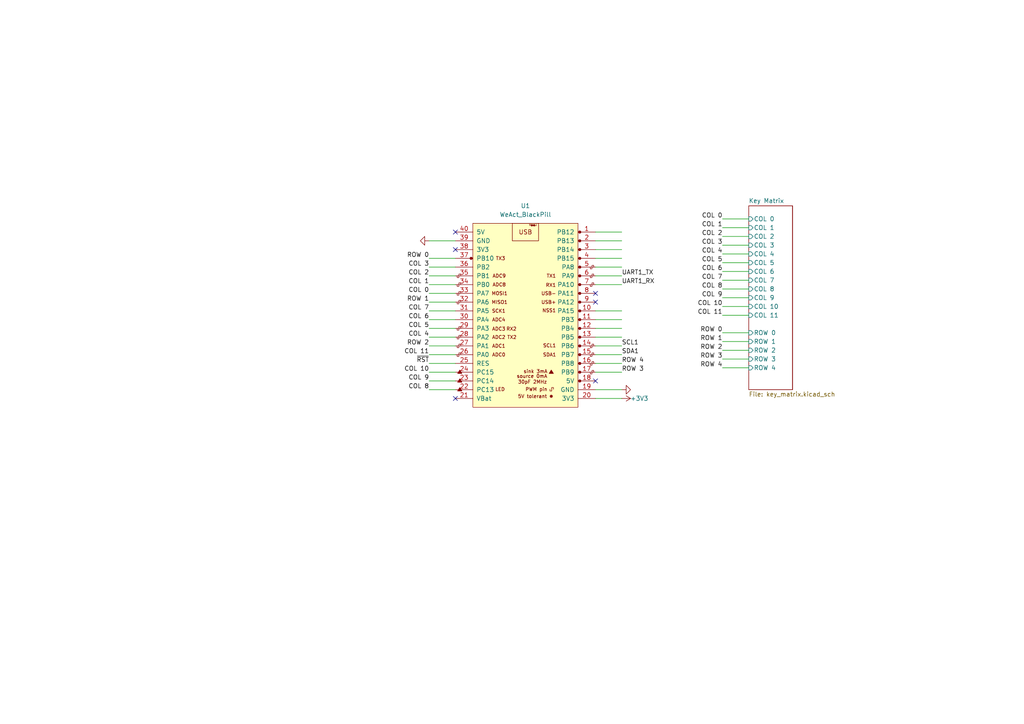
<source format=kicad_sch>
(kicad_sch (version 20211123) (generator eeschema)
  (paper "A4")
  (lib_symbols
    (symbol "power:+3V3" (power) (pin_names (offset 0))
      (property "Value" "+3V3" (at 0 3.556 0))
      (symbol "+3V3_0_1"
        (polyline (pts (xy -0.762 1.27) (xy 0 2.54)))
        (polyline (pts (xy 0 0) (xy 0 2.54)))
        (polyline (pts (xy 0 2.54) (xy 0.762 1.27)))
      )
      (symbol "+3V3_1_1"
        (pin power_in line (at 0 0 90) (length 0) hide (name "+3V3") (number "1"))
      )
    )
    (symbol "power:GND" (power) (pin_names (offset 0))
      (property "Value" "GND" (at 0 -3.81 0))
      (symbol "GND_0_1"
        (polyline (pts (xy 0 0) (xy 0 -1.27) (xy 1.27 -1.27) (xy 0 -2.54) (xy -1.27 -1.27) (xy 0 -1.27)))
      )
      (symbol "GND_1_1"
        (pin power_in line (at 0 0 270) (length 0) hide (name "GND") (number "1"))
      )
    )
    (symbol "scottcjx-keyboard_components:WeAct_BlackPill" (pin_names (offset 1.016))
      (property "Reference" "U" (at -12.7 27.94 0))
      (property "Value" "WeAct_BlackPill" (at 0 2.54 90))
      (symbol "WeAct_BlackPill_0_0"
        (circle (center -15.748 -20.32) (radius 0.3556) (fill (type outline)))
        (circle (center -15.748 -17.78) (radius 0.3556) (fill (type outline)))
        (circle (center -15.748 -15.24) (radius 0.3556) (fill (type outline)))
        (circle (center -15.748 -12.7) (radius 0.3556) (fill (type outline)))
        (circle (center -15.748 -10.16) (radius 0.3556) (fill (type outline)))
        (circle (center -15.748 -7.62) (radius 0.3556) (fill (type outline)))
        (circle (center -15.748 -5.08) (radius 0.3556) (fill (type outline)))
        (circle (center -15.748 -2.54) (radius 0.3556) (fill (type outline)))
        (circle (center -15.748 0) (radius 0.3556) (fill (type outline)))
        (circle (center -15.748 2.54) (radius 0.3556) (fill (type outline)))
        (circle (center -15.748 5.08) (radius 0.3556) (fill (type outline)))
        (circle (center -15.748 7.62) (radius 0.3556) (fill (type outline)))
        (circle (center -15.748 10.16) (radius 0.3556) (fill (type outline)))
        (circle (center -15.748 12.7) (radius 0.3556) (fill (type outline)))
        (circle (center -15.748 15.24) (radius 0.3556) (fill (type outline)))
        (circle (center -15.748 17.78) (radius 0.3556) (fill (type outline)))
        (circle (center -15.748 22.86) (radius 0.3556) (fill (type outline)))
        (circle (center -7.493 -24.765) (radius 0.127) (fill (type outline)))
        (circle (center -7.493 -24.765) (radius 0.254))
        (circle (center -7.493 -24.765) (radius 0.3556))
        (polyline (pts (xy -8.128 -18.161) (xy -7.493 -17.145) (xy -6.858 -18.161) (xy -8.128 -18.161) (xy -7.493 -17.272) (xy -6.985 -18.161) (xy -8.001 -18.034) (xy -7.493 -17.399) (xy -7.112 -18.161) (xy -7.874 -17.907) (xy -7.366 -17.526) (xy -7.239 -18.161) (xy -7.747 -17.78) (xy -7.239 -17.653) (xy -7.366 -18.034) (xy -7.62 -17.78) (xy -7.366 -17.907) (xy -7.493 -17.653)))
        (polyline (pts (xy 18.415 -23.241) (xy 19.05 -22.225) (xy 19.685 -23.241) (xy 18.415 -23.241) (xy 19.05 -22.352) (xy 19.558 -23.241) (xy 18.542 -23.114) (xy 19.05 -22.479) (xy 19.431 -23.241) (xy 18.669 -22.987) (xy 19.177 -22.606) (xy 19.304 -23.241) (xy 18.796 -22.86) (xy 19.304 -22.733) (xy 19.177 -23.114) (xy 18.923 -22.86) (xy 19.177 -22.987) (xy 19.05 -22.733)))
        (polyline (pts (xy 18.415 -20.701) (xy 19.05 -19.685) (xy 19.685 -20.701) (xy 18.415 -20.701) (xy 19.05 -19.812) (xy 19.558 -20.701) (xy 18.542 -20.574) (xy 19.05 -19.939) (xy 19.431 -20.701) (xy 18.669 -20.447) (xy 19.177 -20.066) (xy 19.304 -20.701) (xy 18.796 -20.32) (xy 19.304 -20.193) (xy 19.177 -20.574) (xy 18.923 -20.32) (xy 19.177 -20.447) (xy 19.05 -20.193)))
        (polyline (pts (xy 18.415 -18.161) (xy 19.05 -17.145) (xy 19.685 -18.161) (xy 18.415 -18.161) (xy 19.05 -17.272) (xy 19.558 -18.161) (xy 18.542 -18.034) (xy 19.05 -17.399) (xy 19.431 -18.161) (xy 18.669 -17.907) (xy 19.177 -17.526) (xy 19.304 -18.161) (xy 18.796 -17.78) (xy 19.304 -17.653) (xy 19.177 -18.034) (xy 18.923 -17.78) (xy 19.177 -17.907) (xy 19.05 -17.653)))
        (circle (center 15.748 15.24) (radius 0.254) (fill (type outline)))
        (circle (center 15.748 15.24) (radius 0.3556))
        (text "30pF 2MHz" (at -2.032 -20.574 0) (effects (font (size 0.9906 0.9906))))
        (text "5V tolerant" (at -2.032 -24.765 0) (effects (font (size 0.9906 0.9906))))
        (text "ADC0" (at 7.747 -12.7 0) (effects (font (size 0.9906 0.9906))))
        (text "ADC1" (at 7.747 -10.16 0) (effects (font (size 0.9906 0.9906))))
        (text "ADC2" (at 7.747 -7.62 0) (effects (font (size 0.9906 0.9906))))
        (text "ADC3" (at 7.747 -5.207 0) (effects (font (size 0.9906 0.9906))))
        (text "ADC4" (at 7.747 -2.54 0) (effects (font (size 0.9906 0.9906))))
        (text "ADC8" (at 7.62 7.62 0) (effects (font (size 0.9906 0.9906))))
        (text "ADC9" (at 7.62 10.16 0) (effects (font (size 0.9906 0.9906))))
        (text "LED" (at 7.366 -22.733 0) (effects (font (size 0.9906 0.9906))))
        (text "MISO1" (at 7.493 2.54 0) (effects (font (size 0.9906 0.9906))))
        (text "MOSI1" (at 7.493 5.08 0) (effects (font (size 0.9906 0.9906))))
        (text "NSS1" (at -6.858 0.127 0) (effects (font (size 0.9906 0.9906))))
        (text "PWM pin" (at -3.175 -22.733 0) (effects (font (size 0.9906 0.9906))))
        (text "RX1" (at -7.366 7.493 0) (effects (font (size 0.9906 0.9906))))
        (text "RX2" (at 4.064 -5.207 0) (effects (font (size 0.9906 0.9906))))
        (text "SCK1" (at 7.747 0 0) (effects (font (size 0.9906 0.9906))))
        (text "SCL1" (at -6.985 -10.033 0) (effects (font (size 0.9906 0.9906))))
        (text "SDA1" (at -6.985 -12.7 0) (effects (font (size 0.9906 0.9906))))
        (text "sink 3mA" (at -2.921 -17.526 0) (effects (font (size 0.9906 0.9906))))
        (text "source 0mA" (at -1.905 -18.923 0) (effects (font (size 0.9906 0.9906))))
        (text "TX1" (at -7.493 10.16 0) (effects (font (size 0.9906 0.9906))))
        (text "TX2" (at 3.937 -7.62 0) (effects (font (size 0.9906 0.9906))))
        (text "TX3" (at 7.239 15.24 0) (effects (font (size 0.9906 0.9906))))
        (text "USB" (at 0 22.86 0) (effects (font (size 1.27 1.27))))
        (text "USB+" (at -6.731 2.54 0) (effects (font (size 0.9906 0.9906))))
        (text "USB-" (at -6.731 5.08 0) (effects (font (size 0.9906 0.9906))))
        (text "Y@@J" (at -2.159 24.892 0) (effects (font (size 0.508 0.508))))
      )
      (symbol "WeAct_BlackPill_0_1"
        (rectangle (start -15.24 25.4) (end 15.24 -27.94) (fill (type background)))
        (polyline (pts (xy -18.796 -17.78) (xy -18.796 -18.288) (xy -19.304 -18.288) (xy -19.304 -17.272) (xy -19.812 -17.272) (xy -19.812 -17.78)))
        (polyline (pts (xy -18.796 -15.24) (xy -18.796 -15.748) (xy -19.304 -15.748) (xy -19.304 -14.732) (xy -19.812 -14.732) (xy -19.812 -15.24)))
        (polyline (pts (xy -18.796 -12.7) (xy -18.796 -13.208) (xy -19.304 -13.208) (xy -19.304 -12.192) (xy -19.812 -12.192) (xy -19.812 -12.7)))
        (polyline (pts (xy -18.796 -10.16) (xy -18.796 -10.668) (xy -19.304 -10.668) (xy -19.304 -9.652) (xy -19.812 -9.652) (xy -19.812 -10.16)))
        (polyline (pts (xy -18.796 7.62) (xy -18.796 7.112) (xy -19.304 7.112) (xy -19.304 8.128) (xy -19.812 8.128) (xy -19.812 7.62)))
        (polyline (pts (xy -18.796 10.16) (xy -18.796 9.652) (xy -19.304 9.652) (xy -19.304 10.668) (xy -19.812 10.668) (xy -19.812 10.16)))
        (polyline (pts (xy -18.796 12.7) (xy -18.796 12.192) (xy -19.304 12.192) (xy -19.304 13.208) (xy -19.812 13.208) (xy -19.812 12.7)))
        (polyline (pts (xy -7.112 -22.733) (xy -7.112 -23.241) (xy -7.62 -23.241) (xy -7.62 -22.225) (xy -8.128 -22.225) (xy -8.128 -22.733)))
        (polyline (pts (xy 19.812 -12.7) (xy 19.812 -13.208) (xy 19.304 -13.208) (xy 19.304 -12.192) (xy 18.796 -12.192) (xy 18.796 -12.7)))
        (polyline (pts (xy 19.812 -10.16) (xy 19.812 -10.668) (xy 19.304 -10.668) (xy 19.304 -9.652) (xy 18.796 -9.652) (xy 18.796 -10.16)))
        (polyline (pts (xy 19.812 -7.62) (xy 19.812 -8.128) (xy 19.304 -8.128) (xy 19.304 -7.112) (xy 18.796 -7.112) (xy 18.796 -7.62)))
        (polyline (pts (xy 19.812 -5.08) (xy 19.812 -5.588) (xy 19.304 -5.588) (xy 19.304 -4.572) (xy 18.796 -4.572) (xy 18.796 -5.08)))
        (polyline (pts (xy 19.812 2.54) (xy 19.812 2.032) (xy 19.304 2.032) (xy 19.304 3.048) (xy 18.796 3.048) (xy 18.796 2.54)))
        (polyline (pts (xy 19.812 5.08) (xy 19.812 4.572) (xy 19.304 4.572) (xy 19.304 5.588) (xy 18.796 5.588) (xy 18.796 5.08)))
        (polyline (pts (xy 19.812 7.62) (xy 19.812 7.112) (xy 19.304 7.112) (xy 19.304 8.128) (xy 18.796 8.128) (xy 18.796 7.62)))
        (polyline (pts (xy 19.812 10.16) (xy 19.812 9.652) (xy 19.304 9.652) (xy 19.304 10.668) (xy 18.796 10.668) (xy 18.796 10.16)))
        (rectangle (start 3.81 25.4) (end -3.81 20.32))
      )
      (symbol "WeAct_BlackPill_1_1"
        (circle (center -15.748 20.32) (radius 0.3556) (fill (type outline)))
        (pin bidirectional line (at -20.32 22.86 0) (length 5.08) (name "PB12") (number "1"))
        (pin bidirectional line (at -20.32 0 0) (length 5.08) (name "PA15") (number "10"))
        (pin bidirectional line (at -20.32 -2.54 0) (length 5.08) (name "PB3") (number "11"))
        (pin bidirectional line (at -20.32 -5.08 0) (length 5.08) (name "PB4") (number "12"))
        (pin bidirectional line (at -20.32 -7.62 0) (length 5.08) (name "PB5") (number "13"))
        (pin bidirectional line (at -20.32 -10.16 0) (length 5.08) (name "PB6") (number "14"))
        (pin bidirectional line (at -20.32 -12.7 0) (length 5.08) (name "PB7") (number "15"))
        (pin bidirectional line (at -20.32 -15.24 0) (length 5.08) (name "PB8") (number "16"))
        (pin bidirectional line (at -20.32 -17.78 0) (length 5.08) (name "PB9") (number "17"))
        (pin power_in line (at -20.32 -20.32 0) (length 5.08) (name "5V") (number "18"))
        (pin power_in line (at -20.32 -22.86 0) (length 5.08) (name "GND") (number "19"))
        (pin bidirectional line (at -20.32 20.32 0) (length 5.08) (name "PB13") (number "2"))
        (pin power_in line (at -20.32 -25.4 0) (length 5.08) (name "3V3") (number "20"))
        (pin power_in line (at 20.32 -25.4 180) (length 5.08) (name "VBat") (number "21"))
        (pin bidirectional line (at 20.32 -22.86 180) (length 5.08) (name "PC13") (number "22"))
        (pin bidirectional line (at 20.32 -20.32 180) (length 5.08) (name "PC14") (number "23"))
        (pin bidirectional line (at 20.32 -17.78 180) (length 5.08) (name "PC15") (number "24"))
        (pin input line (at 20.32 -15.24 180) (length 5.08) (name "RES") (number "25"))
        (pin bidirectional line (at 20.32 -12.7 180) (length 5.08) (name "PA0") (number "26"))
        (pin bidirectional line (at 20.32 -10.16 180) (length 5.08) (name "PA1") (number "27"))
        (pin bidirectional line (at 20.32 -7.62 180) (length 5.08) (name "PA2") (number "28"))
        (pin bidirectional line (at 20.32 -5.08 180) (length 5.08) (name "PA3") (number "29"))
        (pin bidirectional line (at -20.32 17.78 0) (length 5.08) (name "PB14") (number "3"))
        (pin bidirectional line (at 20.32 -2.54 180) (length 5.08) (name "PA4") (number "30"))
        (pin bidirectional line (at 20.32 0 180) (length 5.08) (name "PA5") (number "31"))
        (pin bidirectional line (at 20.32 2.54 180) (length 5.08) (name "PA6") (number "32"))
        (pin bidirectional line (at 20.32 5.08 180) (length 5.08) (name "PA7") (number "33"))
        (pin bidirectional line (at 20.32 7.62 180) (length 5.08) (name "PB0") (number "34"))
        (pin bidirectional line (at 20.32 10.16 180) (length 5.08) (name "PB1") (number "35"))
        (pin bidirectional line (at 20.32 12.7 180) (length 5.08) (name "PB2") (number "36"))
        (pin bidirectional line (at 20.32 15.24 180) (length 5.08) (name "PB10") (number "37"))
        (pin power_in line (at 20.32 17.78 180) (length 5.08) (name "3V3") (number "38"))
        (pin power_in line (at 20.32 20.32 180) (length 5.08) (name "GND") (number "39"))
        (pin bidirectional line (at -20.32 15.24 0) (length 5.08) (name "PB15") (number "4"))
        (pin power_in line (at 20.32 22.86 180) (length 5.08) (name "5V") (number "40"))
        (pin bidirectional line (at -20.32 12.7 0) (length 5.08) (name "PA8") (number "5"))
        (pin bidirectional line (at -20.32 10.16 0) (length 5.08) (name "PA9") (number "6"))
        (pin bidirectional line (at -20.32 7.62 0) (length 5.08) (name "PA10") (number "7"))
        (pin bidirectional line (at -20.32 5.08 0) (length 5.08) (name "PA11") (number "8"))
        (pin bidirectional line (at -20.32 2.54 0) (length 5.08) (name "PA12") (number "9"))
      )
    )
  )
  (no_connect (at 172.72 85.09))
  (no_connect (at 132.08 67.31))
  (no_connect (at 132.08 72.39))
  (no_connect (at 132.08 115.57))
  (no_connect (at 172.72 87.63))
  (no_connect (at 172.72 110.49))
  (wire (pts (xy 217.17 73.66) (xy 209.55 73.66)))
  (wire (pts (xy 172.72 90.17) (xy 180.34 90.17)))
  (wire (pts (xy 132.08 82.55) (xy 124.46 82.55)))
  (wire (pts (xy 217.17 78.74) (xy 209.55 78.74)))
  (wire (pts (xy 217.17 63.5) (xy 209.55 63.5)))
  (wire (pts (xy 172.72 95.25) (xy 180.34 95.25)))
  (wire (pts (xy 132.08 102.87) (xy 124.46 102.87)))
  (wire (pts (xy 217.17 68.58) (xy 209.55 68.58)))
  (wire (pts (xy 217.17 76.2) (xy 209.55 76.2)))
  (wire (pts (xy 172.72 77.47) (xy 180.34 77.47)))
  (wire (pts (xy 172.72 107.95) (xy 180.34 107.95)))
  (wire (pts (xy 172.72 67.31) (xy 180.34 67.31)))
  (wire (pts (xy 172.72 102.87) (xy 180.34 102.87)))
  (wire (pts (xy 172.72 74.93) (xy 180.34 74.93)))
  (wire (pts (xy 172.72 72.39) (xy 180.34 72.39)))
  (wire (pts (xy 132.08 87.63) (xy 124.46 87.63)))
  (wire (pts (xy 172.72 115.57) (xy 180.34 115.57)))
  (wire (pts (xy 132.08 95.25) (xy 124.46 95.25)))
  (wire (pts (xy 217.17 99.06) (xy 209.55 99.06)))
  (wire (pts (xy 217.17 96.52) (xy 209.55 96.52)))
  (wire (pts (xy 172.72 80.01) (xy 180.34 80.01)))
  (wire (pts (xy 132.08 110.49) (xy 124.46 110.49)))
  (wire (pts (xy 217.17 106.68) (xy 209.55 106.68)))
  (wire (pts (xy 217.17 71.12) (xy 209.55 71.12)))
  (wire (pts (xy 217.17 83.82) (xy 209.55 83.82)))
  (wire (pts (xy 172.72 82.55) (xy 180.34 82.55)))
  (wire (pts (xy 132.08 90.17) (xy 124.46 90.17)))
  (wire (pts (xy 217.17 101.6) (xy 209.55 101.6)))
  (wire (pts (xy 172.72 100.33) (xy 180.34 100.33)))
  (wire (pts (xy 132.08 85.09) (xy 124.46 85.09)))
  (wire (pts (xy 217.17 88.9) (xy 209.55 88.9)))
  (wire (pts (xy 132.08 92.71) (xy 124.46 92.71)))
  (wire (pts (xy 132.08 107.95) (xy 124.46 107.95)))
  (wire (pts (xy 132.08 97.79) (xy 124.46 97.79)))
  (wire (pts (xy 180.34 113.03) (xy 172.72 113.03)))
  (wire (pts (xy 124.46 69.85) (xy 132.08 69.85)))
  (wire (pts (xy 172.72 97.79) (xy 180.34 97.79)))
  (wire (pts (xy 132.08 105.41) (xy 124.46 105.41)))
  (wire (pts (xy 217.17 104.14) (xy 209.55 104.14)))
  (wire (pts (xy 217.17 66.04) (xy 209.55 66.04)))
  (wire (pts (xy 217.17 86.36) (xy 209.55 86.36)))
  (wire (pts (xy 172.72 92.71) (xy 180.34 92.71)))
  (wire (pts (xy 217.17 91.44) (xy 209.55 91.44)))
  (wire (pts (xy 132.08 77.47) (xy 124.46 77.47)))
  (wire (pts (xy 217.17 81.28) (xy 209.55 81.28)))
  (wire (pts (xy 132.08 113.03) (xy 124.46 113.03)))
  (wire (pts (xy 172.72 69.85) (xy 180.34 69.85)))
  (wire (pts (xy 132.08 74.93) (xy 124.46 74.93)))
  (wire (pts (xy 132.08 80.01) (xy 124.46 80.01)))
  (wire (pts (xy 172.72 105.41) (xy 180.34 105.41)))
  (wire (pts (xy 132.08 100.33) (xy 124.46 100.33)))
  (label "ROW 2" (at 124.46 100.33 180))
  (label "COL 0" (at 209.55 63.5 180))
  (label "COL 10" (at 209.55 88.9 180))
  (label "~{RST}" (at 124.46 105.41 180))
  (label "COL 3" (at 209.55 71.12 180))
  (label "COL 5" (at 124.46 95.25 180))
  (label "COL 1" (at 209.55 66.04 180))
  (label "COL 11" (at 209.55 91.44 180))
  (label "COL 6" (at 124.46 92.71 180))
  (label "ROW 0" (at 124.46 74.93 180))
  (label "ROW 1" (at 124.46 87.63 180))
  (label "UART1_TX" (at 180.34 80.01 0))
  (label "ROW 0" (at 209.55 96.52 180))
  (label "COL 4" (at 209.55 73.66 180))
  (label "COL 6" (at 209.55 78.74 180))
  (label "COL 3" (at 124.46 77.47 180))
  (label "COL 7" (at 124.46 90.17 180))
  (label "ROW 4" (at 209.55 106.68 180))
  (label "COL 8" (at 124.46 113.03 180))
  (label "SCL1" (at 180.34 100.33 0))
  (label "ROW 3" (at 180.34 107.95 0))
  (label "SDA1" (at 180.34 102.87 0))
  (label "ROW 1" (at 209.55 99.06 180))
  (label "COL 10" (at 124.46 107.95 180))
  (label "COL 8" (at 209.55 83.82 180))
  (label "COL 9" (at 124.46 110.49 180))
  (label "ROW 2" (at 209.55 101.6 180))
  (label "COL 1" (at 124.46 82.55 180))
  (label "COL 2" (at 209.55 68.58 180))
  (label "ROW 4" (at 180.34 105.41 0))
  (label "COL 7" (at 209.55 81.28 180))
  (label "COL 2" (at 124.46 80.01 180))
  (label "COL 9" (at 209.55 86.36 180))
  (label "COL 4" (at 124.46 97.79 180))
  (label "ROW 3" (at 209.55 104.14 180))
  (label "COL 0" (at 124.46 85.09 180))
  (label "COL 11" (at 124.46 102.87 180))
  (label "COL 5" (at 209.55 76.2 180))
  (label "UART1_RX" (at 180.34 82.55 0))
  (symbol (lib_id "scottcjx-keyboard_components:WeAct_BlackPill") (at 152.4 90.17 0) (mirror y) (unit 1)
    (property "Reference" "U1" (at 152.4 59.69 0))
    (property "Value" "WeAct_BlackPill" (at 152.4 62.23 0))
    (property "Footprint" "scottcjx-keyboard_components:WeAct_BlackPill_2" (effects hide))
  )
  (symbol (lib_id "power:GND") (at 124.46 69.85 270) (unit 1)
    (property "Reference" "#PWR01" (effects hide))
    (property "Value" "GND" (effects hide))
  )
  (symbol (lib_id "power:GND") (at 180.34 113.03 90) (mirror x) (unit 1)
    (property "Reference" "#PWR02" (effects hide))
    (property "Value" "GND" (effects hide))
  )
  (symbol (lib_id "power:+3V3") (at 180.34 115.57 270) (unit 1)
    (property "Reference" "#PWR03" (effects hide))
    (property "Value" "+3V3" (at 185.42 115.57 90))
  )
  (sheet (at 217.17 59.69) (size 12.7 53.34) (stroke (width 0.1524))
    (property "Sheet name" "Key Matrix" (at 217.17 58.9784 0) (effects (justify left bottom)))
    (property "Sheet file" "key_matrix.kicad_sch" (at 217.17 113.6146 0) (effects (justify left top)))
    (pin "ROW 4" input (at 217.17 106.68 180))
    (pin "COL 9" input (at 217.17 86.36 180))
    (pin "COL 10" input (at 217.17 88.9 180))
    (pin "COL 8" input (at 217.17 83.82 180))
    (pin "COL 7" input (at 217.17 81.28 180))
    (pin "ROW 2" input (at 217.17 101.6 180))
    (pin "ROW 3" input (at 217.17 104.14 180))
    (pin "ROW 0" input (at 217.17 96.52 180))
    (pin "ROW 1" input (at 217.17 99.06 180))
    (pin "COL 11" input (at 217.17 91.44 180))
    (pin "COL 0" input (at 217.17 63.5 180))
    (pin "COL 5" input (at 217.17 76.2 180))
    (pin "COL 6" input (at 217.17 78.74 180))
    (pin "COL 4" input (at 217.17 73.66 180))
    (pin "COL 3" input (at 217.17 71.12 180))
    (pin "COL 1" input (at 217.17 66.04 180))
    (pin "COL 2" input (at 217.17 68.58 180))
  )
)
</source>
